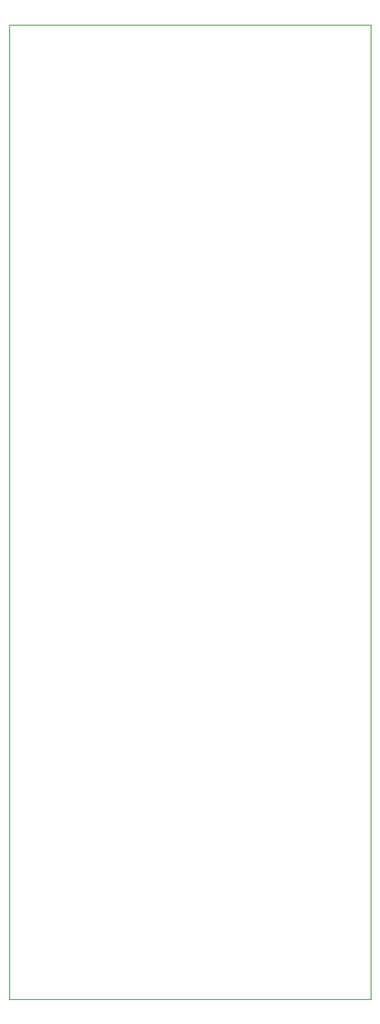
<source format=gbr>
%TF.GenerationSoftware,KiCad,Pcbnew,(6.0.4)*%
%TF.CreationDate,2022-06-07T17:20:58+01:00*%
%TF.ProjectId,control-board,636f6e74-726f-46c2-9d62-6f6172642e6b,rev?*%
%TF.SameCoordinates,Original*%
%TF.FileFunction,Profile,NP*%
%FSLAX46Y46*%
G04 Gerber Fmt 4.6, Leading zero omitted, Abs format (unit mm)*
G04 Created by KiCad (PCBNEW (6.0.4)) date 2022-06-07 17:20:58*
%MOMM*%
%LPD*%
G01*
G04 APERTURE LIST*
%TA.AperFunction,Profile*%
%ADD10C,0.100000*%
%TD*%
G04 APERTURE END LIST*
D10*
X15240000Y-15246000D02*
X54740000Y-15246000D01*
X54740000Y-15246000D02*
X54740000Y-121746000D01*
X54740000Y-121746000D02*
X15240000Y-121746000D01*
X15240000Y-121746000D02*
X15240000Y-15246000D01*
M02*

</source>
